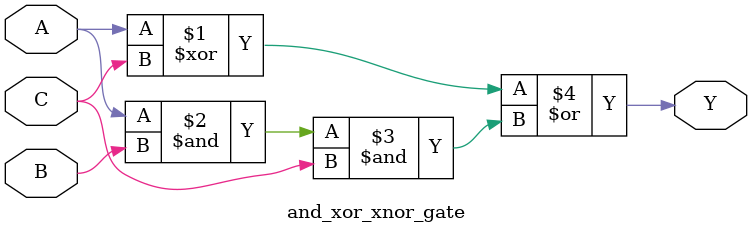
<source format=sv>
module and_xor_xnor_gate (
    input wire A, B, C,   // 输入A, B, C
    output wire Y         // 输出Y
);
    // 原始: Y = (A & B) ^ (C ~^ A)
    // 中间简化: (~A & C) | (A & ~C) | (A & B & C)
    // 进一步简化: (A ^ C) | (A & B & C)
    assign Y = (A ^ C) | (A & B & C);
endmodule
</source>
